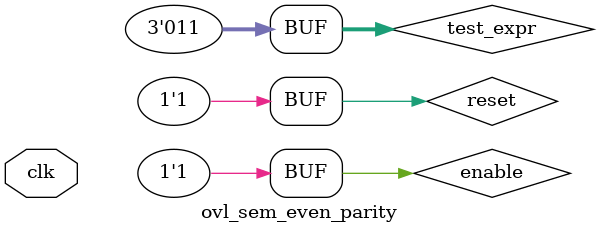
<source format=sv>
module ovl_sem_even_parity(input logic clk);
  logic reset = 1'b1;
  logic enable = 1'b1;
`ifdef FAIL
  logic [2:0] test_expr = 3'b001;  // odd parity -> fail
`else
  logic [2:0] test_expr = 3'b011;  // even parity -> pass
`endif

  ovl_even_parity #(
      .width(3)) dut (
      .clock(clk),
      .reset(reset),
      .enable(enable),
      .test_expr(test_expr),
      .fire());
endmodule

</source>
